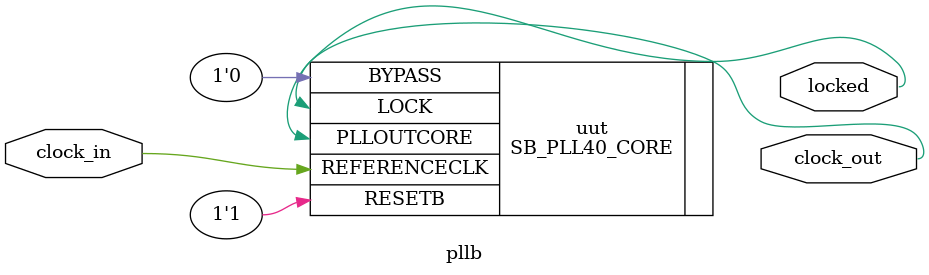
<source format=v>
/**
 * PLL configuration
 *
 * This Verilog module was generated automatically
 * using the icepll tool from the IceStorm project.
 * Use at your own risk.
 *
 * Given input frequency:        96.000 MHz
 * Requested output frequency:   54.000 MHz
 * Achieved output frequency:    54.000 MHz
 */

module pllb(
	input  clock_in,
	output clock_out,
	output locked
	);

SB_PLL40_CORE #(
		.FEEDBACK_PATH("SIMPLE"),
		.DIVR(4'b0000),		// DIVR =  0
		.DIVF(7'b0001000),	// DIVF =  8
		.DIVQ(3'b100),		// DIVQ =  4
		.FILTER_RANGE(3'b101)	// FILTER_RANGE = 5
	) uut (
		.LOCK(locked),
		.RESETB(1'b1),
		.BYPASS(1'b0),
		.REFERENCECLK(clock_in),
		.PLLOUTCORE(clock_out)
		);

endmodule

</source>
